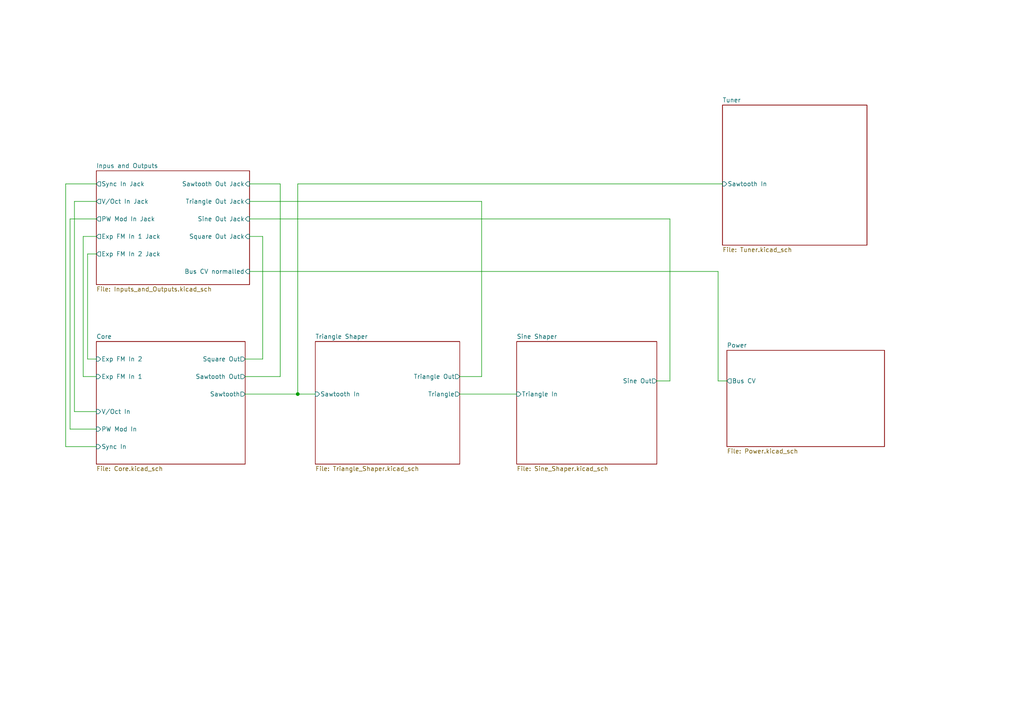
<source format=kicad_sch>
(kicad_sch
	(version 20231120)
	(generator "eeschema")
	(generator_version "8.0")
	(uuid "fefed352-c100-4617-bbfb-c55e7427b122")
	(paper "A4")
	(title_block
		(title "VCO 40106 PCB")
		(date "2024-06-16")
		(rev "1")
		(company "DMH Instruments")
	)
	(lib_symbols)
	(junction
		(at 86.36 114.3)
		(diameter 0)
		(color 0 0 0 0)
		(uuid "17264ba5-d4cd-4e8a-b480-b288ff89205f")
	)
	(wire
		(pts
			(xy 76.2 68.58) (xy 72.39 68.58)
		)
		(stroke
			(width 0)
			(type default)
		)
		(uuid "01c08f84-72b0-40f5-b6f9-8e4ae4850269")
	)
	(wire
		(pts
			(xy 27.94 53.34) (xy 19.05 53.34)
		)
		(stroke
			(width 0)
			(type default)
		)
		(uuid "16470fa5-038c-4bc2-a313-78630471685c")
	)
	(wire
		(pts
			(xy 20.32 63.5) (xy 27.94 63.5)
		)
		(stroke
			(width 0)
			(type default)
		)
		(uuid "1d305caf-b9fc-4a2c-aebd-759dd0001a86")
	)
	(wire
		(pts
			(xy 208.28 110.49) (xy 210.82 110.49)
		)
		(stroke
			(width 0)
			(type default)
		)
		(uuid "271d9041-a936-4378-8806-de270d14220a")
	)
	(wire
		(pts
			(xy 194.31 110.49) (xy 194.31 63.5)
		)
		(stroke
			(width 0)
			(type default)
		)
		(uuid "2d349714-dc26-4cd0-bb15-d50f22018ae9")
	)
	(wire
		(pts
			(xy 27.94 124.46) (xy 20.32 124.46)
		)
		(stroke
			(width 0)
			(type default)
		)
		(uuid "2f4cfcc1-d598-470d-a073-21879506dc49")
	)
	(wire
		(pts
			(xy 25.4 104.14) (xy 27.94 104.14)
		)
		(stroke
			(width 0)
			(type default)
		)
		(uuid "3a7d66b4-c726-4ac6-bb00-7d58b11742a8")
	)
	(wire
		(pts
			(xy 25.4 73.66) (xy 25.4 104.14)
		)
		(stroke
			(width 0)
			(type default)
		)
		(uuid "49c7cc6a-1a62-46f0-b61a-f97dd1320021")
	)
	(wire
		(pts
			(xy 71.12 104.14) (xy 76.2 104.14)
		)
		(stroke
			(width 0)
			(type default)
		)
		(uuid "4fdf004f-ebaa-43c7-aeb4-3ff4b7ec6786")
	)
	(wire
		(pts
			(xy 209.55 53.34) (xy 86.36 53.34)
		)
		(stroke
			(width 0)
			(type default)
		)
		(uuid "537fb16d-c277-49f7-a7d6-63370ecc1161")
	)
	(wire
		(pts
			(xy 139.7 109.22) (xy 133.35 109.22)
		)
		(stroke
			(width 0)
			(type default)
		)
		(uuid "5a7f2d4f-2e38-4185-954a-92e8c3d1bf87")
	)
	(wire
		(pts
			(xy 208.28 78.74) (xy 208.28 110.49)
		)
		(stroke
			(width 0)
			(type default)
		)
		(uuid "6d974107-604b-4ea4-9968-6b4d45a71e44")
	)
	(wire
		(pts
			(xy 19.05 129.54) (xy 27.94 129.54)
		)
		(stroke
			(width 0)
			(type default)
		)
		(uuid "77aa938b-3705-47f5-94a3-bda5fc3c320a")
	)
	(wire
		(pts
			(xy 21.59 58.42) (xy 27.94 58.42)
		)
		(stroke
			(width 0)
			(type default)
		)
		(uuid "80ede917-eca0-407e-b04e-4421d8381427")
	)
	(wire
		(pts
			(xy 86.36 53.34) (xy 86.36 114.3)
		)
		(stroke
			(width 0)
			(type default)
		)
		(uuid "82251548-a6d7-4910-a0d8-f03b8487d2d1")
	)
	(wire
		(pts
			(xy 27.94 68.58) (xy 24.13 68.58)
		)
		(stroke
			(width 0)
			(type default)
		)
		(uuid "8e0fc03c-1b5c-4a85-b8c4-4a84bdee81a0")
	)
	(wire
		(pts
			(xy 71.12 109.22) (xy 81.28 109.22)
		)
		(stroke
			(width 0)
			(type default)
		)
		(uuid "966dbaae-318d-4563-92c4-2c100af2b594")
	)
	(wire
		(pts
			(xy 72.39 58.42) (xy 139.7 58.42)
		)
		(stroke
			(width 0)
			(type default)
		)
		(uuid "96d4d5e4-37f9-4c36-a3ef-707fbf5a0d98")
	)
	(wire
		(pts
			(xy 24.13 109.22) (xy 27.94 109.22)
		)
		(stroke
			(width 0)
			(type default)
		)
		(uuid "98f949a5-afd5-494f-8189-451114363be5")
	)
	(wire
		(pts
			(xy 27.94 73.66) (xy 25.4 73.66)
		)
		(stroke
			(width 0)
			(type default)
		)
		(uuid "99c345e8-66bb-4048-8e07-cd2b29159e6f")
	)
	(wire
		(pts
			(xy 81.28 53.34) (xy 72.39 53.34)
		)
		(stroke
			(width 0)
			(type default)
		)
		(uuid "9f7ae9e8-0ff7-4925-9cb3-959f497abc68")
	)
	(wire
		(pts
			(xy 21.59 119.38) (xy 21.59 58.42)
		)
		(stroke
			(width 0)
			(type default)
		)
		(uuid "a88dc871-e0d3-4111-9a4f-f1ef1311b5eb")
	)
	(wire
		(pts
			(xy 208.28 78.74) (xy 72.39 78.74)
		)
		(stroke
			(width 0)
			(type default)
		)
		(uuid "ac9df649-9bc3-4673-92b9-8def27a12952")
	)
	(wire
		(pts
			(xy 71.12 114.3) (xy 86.36 114.3)
		)
		(stroke
			(width 0)
			(type default)
		)
		(uuid "adec2687-7334-451e-aa80-c7fca2680bb1")
	)
	(wire
		(pts
			(xy 24.13 68.58) (xy 24.13 109.22)
		)
		(stroke
			(width 0)
			(type default)
		)
		(uuid "b0db6804-0db5-4e2b-92c2-aec309c21d9c")
	)
	(wire
		(pts
			(xy 19.05 53.34) (xy 19.05 129.54)
		)
		(stroke
			(width 0)
			(type default)
		)
		(uuid "b5a606bc-36fa-46c9-8b63-5971d171d6c2")
	)
	(wire
		(pts
			(xy 20.32 124.46) (xy 20.32 63.5)
		)
		(stroke
			(width 0)
			(type default)
		)
		(uuid "b873b483-0770-460f-8479-e796304b1a88")
	)
	(wire
		(pts
			(xy 86.36 114.3) (xy 91.44 114.3)
		)
		(stroke
			(width 0)
			(type default)
		)
		(uuid "bc8f90fa-5d14-462a-b097-969d646987ab")
	)
	(wire
		(pts
			(xy 76.2 104.14) (xy 76.2 68.58)
		)
		(stroke
			(width 0)
			(type default)
		)
		(uuid "be22cc39-61ce-4fa0-ba8f-5e3c41a796d6")
	)
	(wire
		(pts
			(xy 139.7 58.42) (xy 139.7 109.22)
		)
		(stroke
			(width 0)
			(type default)
		)
		(uuid "c28bd983-2cb2-4867-82ab-594de4ab796d")
	)
	(wire
		(pts
			(xy 81.28 109.22) (xy 81.28 53.34)
		)
		(stroke
			(width 0)
			(type default)
		)
		(uuid "c85d5af9-6271-47c0-b8b5-8c8fa94a46e3")
	)
	(wire
		(pts
			(xy 27.94 119.38) (xy 21.59 119.38)
		)
		(stroke
			(width 0)
			(type default)
		)
		(uuid "cf832c74-570e-4ff4-94eb-11504c90c4da")
	)
	(wire
		(pts
			(xy 194.31 63.5) (xy 72.39 63.5)
		)
		(stroke
			(width 0)
			(type default)
		)
		(uuid "ed07543e-bb53-406c-b900-5062145e625f")
	)
	(wire
		(pts
			(xy 133.35 114.3) (xy 149.86 114.3)
		)
		(stroke
			(width 0)
			(type default)
		)
		(uuid "fc3b99f9-afba-43bd-8840-7129d6f1a070")
	)
	(wire
		(pts
			(xy 190.5 110.49) (xy 194.31 110.49)
		)
		(stroke
			(width 0)
			(type default)
		)
		(uuid "fdfc894d-eab6-431b-97ac-d0372bce9395")
	)
	(sheet
		(at 91.44 99.06)
		(size 41.91 35.56)
		(fields_autoplaced yes)
		(stroke
			(width 0.1524)
			(type solid)
		)
		(fill
			(color 0 0 0 0.0000)
		)
		(uuid "0e77ed5b-450a-412c-a492-589f053c9c73")
		(property "Sheetname" "Triangle Shaper"
			(at 91.44 98.3484 0)
			(effects
				(font
					(size 1.27 1.27)
				)
				(justify left bottom)
			)
		)
		(property "Sheetfile" "Triangle_Shaper.kicad_sch"
			(at 91.44 135.2046 0)
			(effects
				(font
					(size 1.27 1.27)
				)
				(justify left top)
			)
		)
		(pin "Triangle Out" output
			(at 133.35 109.22 0)
			(effects
				(font
					(size 1.27 1.27)
				)
				(justify right)
			)
			(uuid "ed3b3b0e-21ab-4159-a9ad-b916bbdd04b1")
		)
		(pin "Sawtooth In" input
			(at 91.44 114.3 180)
			(effects
				(font
					(size 1.27 1.27)
				)
				(justify left)
			)
			(uuid "7a4d55d5-18fd-4404-9434-a376becf7e1e")
		)
		(pin "Triangle" output
			(at 133.35 114.3 0)
			(effects
				(font
					(size 1.27 1.27)
				)
				(justify right)
			)
			(uuid "12c450ae-1805-4fc8-a137-4c44aefd610b")
		)
		(instances
			(project "DMH_VCO_40106_PCB"
				(path "/fefed352-c100-4617-bbfb-c55e7427b122"
					(page "4")
				)
			)
		)
	)
	(sheet
		(at 149.86 99.06)
		(size 40.64 35.56)
		(fields_autoplaced yes)
		(stroke
			(width 0.1524)
			(type solid)
		)
		(fill
			(color 0 0 0 0.0000)
		)
		(uuid "5d4fa276-24f5-484f-b50d-2ebe5f0666ef")
		(property "Sheetname" "Sine Shaper"
			(at 149.86 98.3484 0)
			(effects
				(font
					(size 1.27 1.27)
				)
				(justify left bottom)
			)
		)
		(property "Sheetfile" "Sine_Shaper.kicad_sch"
			(at 149.86 135.2046 0)
			(effects
				(font
					(size 1.27 1.27)
				)
				(justify left top)
			)
		)
		(pin "Sine Out" output
			(at 190.5 110.49 0)
			(effects
				(font
					(size 1.27 1.27)
				)
				(justify right)
			)
			(uuid "4e7d8e5c-d30f-487a-ac52-f5373e18a275")
		)
		(pin "Triangle In" input
			(at 149.86 114.3 180)
			(effects
				(font
					(size 1.27 1.27)
				)
				(justify left)
			)
			(uuid "dbcf1a8e-35d1-44ba-90d9-0ca3416153c0")
		)
		(instances
			(project "DMH_VCO_40106_PCB"
				(path "/fefed352-c100-4617-bbfb-c55e7427b122"
					(page "5")
				)
			)
		)
	)
	(sheet
		(at 27.94 99.06)
		(size 43.18 35.56)
		(fields_autoplaced yes)
		(stroke
			(width 0.1524)
			(type solid)
		)
		(fill
			(color 0 0 0 0.0000)
		)
		(uuid "681eb850-910f-47de-ab28-b72b47bdbc38")
		(property "Sheetname" "Core"
			(at 27.94 98.3484 0)
			(effects
				(font
					(size 1.27 1.27)
				)
				(justify left bottom)
			)
		)
		(property "Sheetfile" "Core.kicad_sch"
			(at 27.94 135.2046 0)
			(effects
				(font
					(size 1.27 1.27)
				)
				(justify left top)
			)
		)
		(pin "Exp FM In 2" input
			(at 27.94 104.14 180)
			(effects
				(font
					(size 1.27 1.27)
				)
				(justify left)
			)
			(uuid "43d23922-787e-4c75-98bf-30345378a269")
		)
		(pin "Exp FM In 1" input
			(at 27.94 109.22 180)
			(effects
				(font
					(size 1.27 1.27)
				)
				(justify left)
			)
			(uuid "4a27f0e6-6def-4d41-ae0c-edd3d1fe7669")
		)
		(pin "V{slash}Oct In" input
			(at 27.94 119.38 180)
			(effects
				(font
					(size 1.27 1.27)
				)
				(justify left)
			)
			(uuid "7a1d9b33-46af-4019-b6e0-0405ede3f318")
		)
		(pin "PW Mod In" input
			(at 27.94 124.46 180)
			(effects
				(font
					(size 1.27 1.27)
				)
				(justify left)
			)
			(uuid "1220e251-f380-4a2f-b6b0-c2b38ea44d56")
		)
		(pin "Sawtooth Out" output
			(at 71.12 109.22 0)
			(effects
				(font
					(size 1.27 1.27)
				)
				(justify right)
			)
			(uuid "4fb91045-8f96-48bb-bd00-e4edd4059b04")
		)
		(pin "Square Out" output
			(at 71.12 104.14 0)
			(effects
				(font
					(size 1.27 1.27)
				)
				(justify right)
			)
			(uuid "c6d47251-25c1-495f-92cc-478da062d89a")
		)
		(pin "Sync In" input
			(at 27.94 129.54 180)
			(effects
				(font
					(size 1.27 1.27)
				)
				(justify left)
			)
			(uuid "945dbb46-849f-479c-8528-b54111952478")
		)
		(pin "Sawtooth" output
			(at 71.12 114.3 0)
			(effects
				(font
					(size 1.27 1.27)
				)
				(justify right)
			)
			(uuid "c161a8c1-c238-45a5-ac9c-6a90fc1ab22b")
		)
		(instances
			(project "DMH_VCO_40106_PCB"
				(path "/fefed352-c100-4617-bbfb-c55e7427b122"
					(page "3")
				)
			)
		)
	)
	(sheet
		(at 210.82 101.6)
		(size 45.72 27.94)
		(fields_autoplaced yes)
		(stroke
			(width 0.1524)
			(type solid)
		)
		(fill
			(color 0 0 0 0.0000)
		)
		(uuid "8c00d0a7-76b0-49e2-9ff5-6f2afc72327a")
		(property "Sheetname" "Power"
			(at 210.82 100.8884 0)
			(effects
				(font
					(size 1.27 1.27)
				)
				(justify left bottom)
			)
		)
		(property "Sheetfile" "Power.kicad_sch"
			(at 210.82 130.1246 0)
			(effects
				(font
					(size 1.27 1.27)
				)
				(justify left top)
			)
		)
		(pin "Bus CV" output
			(at 210.82 110.49 180)
			(effects
				(font
					(size 1.27 1.27)
				)
				(justify left)
			)
			(uuid "35abe730-510a-40dc-becd-239164019608")
		)
		(instances
			(project "DMH_VCO_40106_PCB"
				(path "/fefed352-c100-4617-bbfb-c55e7427b122"
					(page "7")
				)
			)
		)
	)
	(sheet
		(at 27.94 49.53)
		(size 44.45 33.02)
		(fields_autoplaced yes)
		(stroke
			(width 0.1524)
			(type solid)
		)
		(fill
			(color 0 0 0 0.0000)
		)
		(uuid "ebf99e09-ad52-47dc-8eb5-ada2d4a92b7c")
		(property "Sheetname" "Inpus and Outputs"
			(at 27.94 48.8184 0)
			(effects
				(font
					(size 1.27 1.27)
				)
				(justify left bottom)
			)
		)
		(property "Sheetfile" "Inputs_and_Outputs.kicad_sch"
			(at 27.94 83.1346 0)
			(effects
				(font
					(size 1.27 1.27)
				)
				(justify left top)
			)
		)
		(pin "Sync In Jack" output
			(at 27.94 53.34 180)
			(effects
				(font
					(size 1.27 1.27)
				)
				(justify left)
			)
			(uuid "c4a32d23-12a5-453a-9bd7-230e8ecfeef9")
		)
		(pin "V{slash}Oct In Jack" output
			(at 27.94 58.42 180)
			(effects
				(font
					(size 1.27 1.27)
				)
				(justify left)
			)
			(uuid "a36ddf97-184c-4b32-b049-7100c1f1dd4d")
		)
		(pin "PW Mod In Jack" output
			(at 27.94 63.5 180)
			(effects
				(font
					(size 1.27 1.27)
				)
				(justify left)
			)
			(uuid "8d27594c-cbf4-47c2-aa77-bf0ebb87cb4c")
		)
		(pin "Exp FM In 1 Jack" output
			(at 27.94 68.58 180)
			(effects
				(font
					(size 1.27 1.27)
				)
				(justify left)
			)
			(uuid "49366128-2c6d-457a-9883-7ed8177c3654")
		)
		(pin "Exp FM In 2 Jack" output
			(at 27.94 73.66 180)
			(effects
				(font
					(size 1.27 1.27)
				)
				(justify left)
			)
			(uuid "d1b4639d-9276-4502-83d0-33298346bb08")
		)
		(pin "Sawtooth Out Jack" input
			(at 72.39 53.34 0)
			(effects
				(font
					(size 1.27 1.27)
				)
				(justify right)
			)
			(uuid "07083444-b73e-4c76-9e23-6efffd5d7e05")
		)
		(pin "Triangle Out Jack" input
			(at 72.39 58.42 0)
			(effects
				(font
					(size 1.27 1.27)
				)
				(justify right)
			)
			(uuid "3ebc24dd-d726-4884-8aad-3dd50a19ec1d")
		)
		(pin "Sine Out Jack" input
			(at 72.39 63.5 0)
			(effects
				(font
					(size 1.27 1.27)
				)
				(justify right)
			)
			(uuid "63ddb257-652a-4d57-a0a8-a8b145f342fa")
		)
		(pin "Square Out Jack" input
			(at 72.39 68.58 0)
			(effects
				(font
					(size 1.27 1.27)
				)
				(justify right)
			)
			(uuid "9ad95280-66a4-449e-b74f-f8ba13cf7d53")
		)
		(pin "Bus CV normalled" input
			(at 72.39 78.74 0)
			(effects
				(font
					(size 1.27 1.27)
				)
				(justify right)
			)
			(uuid "db78b539-cbbd-4089-9597-3a20931c92ce")
		)
		(instances
			(project "DMH_VCO_40106_PCB"
				(path "/fefed352-c100-4617-bbfb-c55e7427b122"
					(page "2")
				)
			)
		)
	)
	(sheet
		(at 209.55 30.48)
		(size 41.91 40.64)
		(fields_autoplaced yes)
		(stroke
			(width 0.1524)
			(type solid)
		)
		(fill
			(color 0 0 0 0.0000)
		)
		(uuid "ec8b77a2-f589-4806-8224-6b0ccc79bab4")
		(property "Sheetname" "Tuner"
			(at 209.55 29.7684 0)
			(effects
				(font
					(size 1.27 1.27)
				)
				(justify left bottom)
			)
		)
		(property "Sheetfile" "Tuner.kicad_sch"
			(at 209.55 71.7046 0)
			(effects
				(font
					(size 1.27 1.27)
				)
				(justify left top)
			)
		)
		(pin "Sawtooth In" input
			(at 209.55 53.34 180)
			(effects
				(font
					(size 1.27 1.27)
				)
				(justify left)
			)
			(uuid "4a4d761b-2859-4b89-943f-7efebdcbe9ff")
		)
		(instances
			(project "DMH_VCO_40106_PCB"
				(path "/fefed352-c100-4617-bbfb-c55e7427b122"
					(page "6")
				)
			)
		)
	)
	(sheet_instances
		(path "/"
			(page "1")
		)
	)
)

</source>
